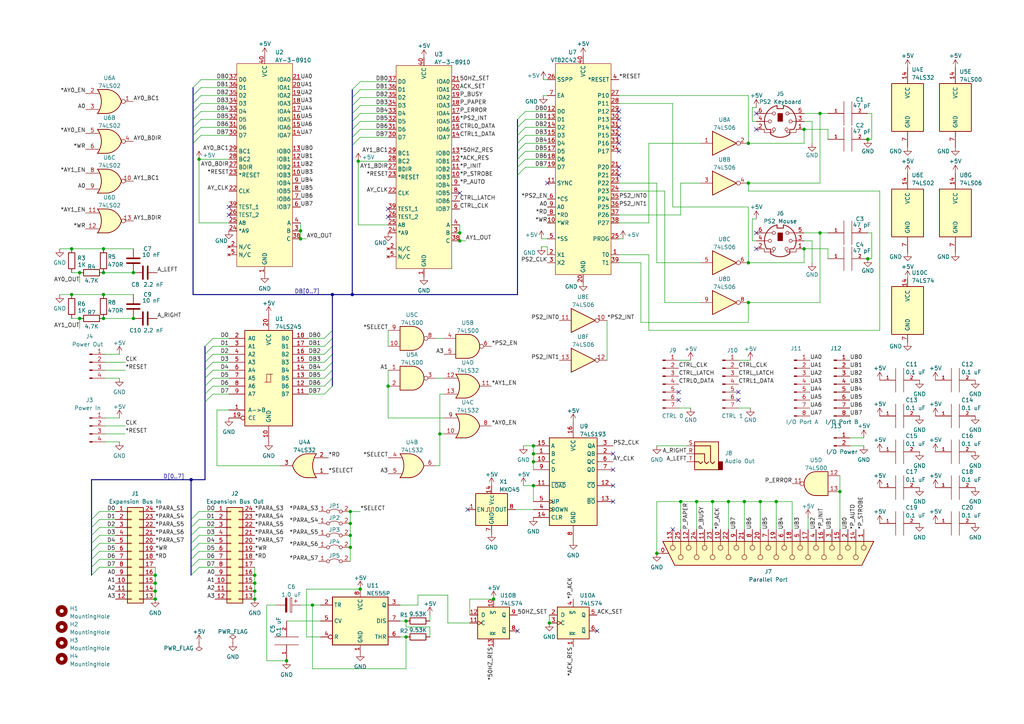
<source format=kicad_sch>
(kicad_sch (version 20211123) (generator eeschema)
  (paper "User" 326.695 230.988)
  (title_block (title "i281e Mega I/O Interface") (date "2024-05-04") (rev "C") (company "i281e Development Group") (comment 1 "Licensed under CERN-OHL-P v2") (comment 2 "Copyright i281e Development Group 2024"))
  (junction (at 22.86 93.98))
  (junction (at 175.26 198.755))
  (junction (at 49.53 183.515))
  (junction (at 170.18 142.24))
  (junction (at 242.57 160.02))
  (junction (at 146.685 76.835))
  (junction (at 146.685 74.295))
  (junction (at 60.96 153.035))
  (junction (at 33.02 86.995))
  (junction (at 106.045 93.98))
  (junction (at 170.18 147.32))
  (junction (at 209.55 176.53))
  (junction (at 33.02 79.375))
  (junction (at 276.86 44.45))
  (junction (at 91.44 210.82))
  (junction (at 238.76 96.52))
  (junction (at 170.18 144.78))
  (junction (at 227.33 160.02))
  (junction (at 256.54 41.275))
  (junction (at 33.02 93.98))
  (junction (at 81.28 191.135))
  (junction (at 276.86 82.55))
  (junction (at 112.395 93.98))
  (junction (at 33.02 101.6))
  (junction (at 256.54 79.375))
  (junction (at 129.54 198.12))
  (junction (at 111.76 170.815))
  (junction (at 114.935 187.96))
  (junction (at 217.17 160.02))
  (junction (at 111.76 163.195))
  (junction (at 49.53 191.135))
  (junction (at 25.4 86.995))
  (junction (at 157.48 191.135))
  (junction (at 114.3 51.435))
  (junction (at 111.76 167.005))
  (junction (at 99.695 193.04))
  (junction (at 238.76 83.82))
  (junction (at 238.76 45.72))
  (junction (at 261.62 36.195))
  (junction (at 111.76 174.625))
  (junction (at 63.5 50.8))
  (junction (at 222.25 160.02))
  (junction (at 95.885 73.66))
  (junction (at 170.18 154.94))
  (junction (at 42.545 86.995))
  (junction (at 81.28 183.515))
  (junction (at 129.54 203.2))
  (junction (at 237.49 160.02))
  (junction (at 267.97 156.845))
  (junction (at 81.28 188.595))
  (junction (at 49.53 188.595))
  (junction (at 49.53 186.055))
  (junction (at 123.825 123.19))
  (junction (at 95.885 76.2))
  (junction (at 140.335 138.43))
  (junction (at 81.28 186.055))
  (junction (at 247.65 160.02))
  (junction (at 42.545 101.6))
  (junction (at 238.76 58.42))
  (junction (at 25.4 101.6))
  (junction (at 22.86 79.375))
  (junction (at 232.41 160.02))
  (junction (at 261.62 74.295))
  (no_connect (at 174.625 58.42))
  (no_connect (at 197.485 43.18))
  (no_connect (at 197.485 40.64))
  (no_connect (at 197.485 45.72))
  (no_connect (at 197.485 53.34))
  (no_connect (at 197.485 48.26))
  (no_connect (at 216.535 125.095))
  (no_connect (at 195.58 154.94))
  (no_connect (at 195.58 149.86))
  (no_connect (at 123.825 69.215))
  (no_connect (at 241.3 41.275))
  (no_connect (at 165.1 201.295))
  (no_connect (at 197.485 35.56))
  (no_connect (at 149.225 162.56))
  (no_connect (at 214.63 168.91))
  (no_connect (at 235.585 125.095))
  (no_connect (at 195.58 144.78))
  (no_connect (at 123.825 66.675))
  (no_connect (at 197.485 55.88))
  (no_connect (at 241.3 74.295))
  (no_connect (at 190.5 201.295))
  (no_connect (at 73.025 68.58))
  (no_connect (at 241.3 79.375))
  (no_connect (at 241.3 36.195))
  (no_connect (at 235.585 127.635))
  (no_connect (at 146.685 61.595))
  (no_connect (at 216.535 127.635))
  (no_connect (at 197.485 38.1))
  (no_connect (at 195.58 160.02))
  (no_connect (at 73.025 66.04))
  (bus_entry (at 112.395 36.195) (size 2.54 -2.54))
  (bus_entry (at 61.595 30.48) (size 2.54 -2.54))
  (bus_entry (at 106.045 120.65) (size -2.54 2.54))
  (bus_entry (at 165.1 53.34) (size 2.54 -2.54))
  (bus_entry (at 106.045 110.49) (size -2.54 2.54))
  (bus_entry (at 65.405 113.03) (size 2.54 -2.54))
  (bus_entry (at 165.1 43.18) (size 2.54 -2.54))
  (bus_entry (at 29.21 175.895) (size 2.54 -2.54))
  (bus_entry (at 112.395 33.655) (size 2.54 -2.54))
  (bus_entry (at 165.1 48.26) (size 2.54 -2.54))
  (bus_entry (at 106.045 123.19) (size -2.54 2.54))
  (bus_entry (at 65.405 115.57) (size 2.54 -2.54))
  (bus_entry (at 65.405 110.49) (size 2.54 -2.54))
  (bus_entry (at 112.395 38.735) (size 2.54 -2.54))
  (bus_entry (at 29.21 173.355) (size 2.54 -2.54))
  (bus_entry (at 165.1 50.8) (size 2.54 -2.54))
  (bus_entry (at 112.395 41.275) (size 2.54 -2.54))
  (bus_entry (at 29.21 178.435) (size 2.54 -2.54))
  (bus_entry (at 65.405 123.19) (size 2.54 -2.54))
  (bus_entry (at 112.395 46.355) (size 2.54 -2.54))
  (bus_entry (at 60.96 180.975) (size 2.54 -2.54))
  (bus_entry (at 61.595 45.72) (size 2.54 -2.54))
  (bus_entry (at 61.595 40.64) (size 2.54 -2.54))
  (bus_entry (at 106.045 118.11) (size -2.54 2.54))
  (bus_entry (at 29.21 170.815) (size 2.54 -2.54))
  (bus_entry (at 106.045 113.03) (size -2.54 2.54))
  (bus_entry (at 165.1 55.88) (size 2.54 -2.54))
  (bus_entry (at 165.1 38.1) (size 2.54 -2.54))
  (bus_entry (at 61.595 43.18) (size 2.54 -2.54))
  (bus_entry (at 65.405 118.11) (size 2.54 -2.54))
  (bus_entry (at 60.96 170.815) (size 2.54 -2.54))
  (bus_entry (at 29.21 180.975) (size 2.54 -2.54))
  (bus_entry (at 61.595 27.94) (size 2.54 -2.54))
  (bus_entry (at 65.405 120.65) (size 2.54 -2.54))
  (bus_entry (at 61.595 33.02) (size 2.54 -2.54))
  (bus_entry (at 60.96 175.895) (size 2.54 -2.54))
  (bus_entry (at 29.21 183.515) (size 2.54 -2.54))
  (bus_entry (at 60.96 173.355) (size 2.54 -2.54))
  (bus_entry (at 106.045 107.95) (size -2.54 2.54))
  (bus_entry (at 112.395 43.815) (size 2.54 -2.54))
  (bus_entry (at 60.96 178.435) (size 2.54 -2.54))
  (bus_entry (at 112.395 28.575) (size 2.54 -2.54))
  (bus_entry (at 65.405 125.73) (size 2.54 -2.54))
  (bus_entry (at 60.96 168.275) (size 2.54 -2.54))
  (bus_entry (at 29.21 165.735) (size 2.54 -2.54))
  (bus_entry (at 61.595 35.56) (size 2.54 -2.54))
  (bus_entry (at 106.045 105.41) (size -2.54 2.54))
  (bus_entry (at 60.96 183.515) (size 2.54 -2.54))
  (bus_entry (at 112.395 31.115) (size 2.54 -2.54))
  (bus_entry (at 61.595 38.1) (size 2.54 -2.54))
  (bus_entry (at 165.1 40.64) (size 2.54 -2.54))
  (bus_entry (at 106.045 115.57) (size -2.54 2.54))
  (bus_entry (at 60.96 165.735) (size 2.54 -2.54))
  (bus_entry (at 65.405 128.27) (size 2.54 -2.54))
  (bus_entry (at 29.21 168.275) (size 2.54 -2.54))
  (bus_entry (at 165.1 45.72) (size 2.54 -2.54))
  (wire (pts (xy 256.54 83.82) (xy 256.54 79.375)))
  (wire (pts (xy 67.945 107.95) (xy 73.025 107.95)))
  (wire (pts (xy 216.535 130.175) (xy 220.345 130.175)))
  (wire (pts (xy 114.935 187.96) (xy 97.79 187.96)))
  (bus (pts (xy 165.1 55.88) (xy 165.1 93.98)))
  (wire (pts (xy 241.3 38.735) (xy 240.03 38.735)))
  (wire (pts (xy 235.585 114.935) (xy 239.395 114.935)))
  (wire (pts (xy 64.135 35.56) (xy 73.025 35.56)))
  (wire (pts (xy 261.62 36.195) (xy 264.16 36.195)))
  (wire (pts (xy 85.09 193.04) (xy 88.265 193.04)))
  (wire (pts (xy 67.945 120.65) (xy 73.025 120.65)))
  (wire (pts (xy 256.54 41.275) (xy 264.16 41.275)))
  (wire (pts (xy 123.825 133.35) (xy 141.605 133.35)))
  (bus (pts (xy 61.595 45.72) (xy 61.595 93.98)))
  (wire (pts (xy 33.02 101.6) (xy 42.545 101.6)))
  (wire (pts (xy 140.335 138.43) (xy 141.605 138.43)))
  (wire (pts (xy 238.76 45.72) (xy 256.54 45.72)))
  (wire (pts (xy 129.54 213.36) (xy 99.695 213.36)))
  (wire (pts (xy 33.02 93.98) (xy 42.545 93.98)))
  (wire (pts (xy 63.5 163.195) (xy 68.58 163.195)))
  (wire (pts (xy 85.09 193.04) (xy 85.09 210.82)))
  (wire (pts (xy 33.655 133.35) (xy 38.1 133.35)))
  (wire (pts (xy 97.79 203.2) (xy 102.235 203.2)))
  (wire (pts (xy 238.76 102.87) (xy 204.47 102.87)))
  (wire (pts (xy 217.17 58.42) (xy 223.52 58.42)))
  (wire (pts (xy 167.64 53.34) (xy 174.625 53.34)))
  (wire (pts (xy 216.535 114.935) (xy 220.345 114.935)))
  (wire (pts (xy 247.65 160.02) (xy 252.73 160.02)))
  (wire (pts (xy 167.64 45.72) (xy 174.625 45.72)))
  (wire (pts (xy 242.57 160.02) (xy 242.57 168.91)))
  (wire (pts (xy 252.73 160.02) (xy 252.73 168.91)))
  (wire (pts (xy 204.47 102.87) (xy 204.47 83.82)))
  (wire (pts (xy 114.935 38.735) (xy 123.825 38.735)))
  (bus (pts (xy 61.595 33.02) (xy 61.595 35.56)))
  (wire (pts (xy 193.675 102.235) (xy 193.675 114.935)))
  (wire (pts (xy 95.885 193.04) (xy 99.695 193.04)))
  (wire (pts (xy 99.695 213.36) (xy 99.695 193.04)))
  (wire (pts (xy 140.335 148.59) (xy 140.335 138.43)))
  (wire (pts (xy 33.655 118.11) (xy 40.005 118.11)))
  (wire (pts (xy 98.425 113.03) (xy 103.505 113.03)))
  (wire (pts (xy 280.67 60.96) (xy 280.67 105.41)))
  (wire (pts (xy 217.17 168.91) (xy 217.17 160.02)))
  (bus (pts (xy 60.96 178.435) (xy 60.96 180.975)))
  (bus (pts (xy 165.1 45.72) (xy 165.1 48.26)))
  (wire (pts (xy 97.79 187.96) (xy 97.79 203.2)))
  (bus (pts (xy 61.595 35.56) (xy 61.595 38.1)))
  (wire (pts (xy 172.72 76.2) (xy 174.625 76.2)))
  (bus (pts (xy 112.395 41.275) (xy 112.395 43.815)))
  (wire (pts (xy 133.35 189.865) (xy 142.875 189.865)))
  (wire (pts (xy 64.135 27.94) (xy 73.025 27.94)))
  (wire (pts (xy 99.695 193.04) (xy 102.235 193.04)))
  (bus (pts (xy 60.96 180.975) (xy 60.96 183.515)))
  (wire (pts (xy 137.16 196.215) (xy 137.16 198.12)))
  (wire (pts (xy 63.5 168.275) (xy 68.58 168.275)))
  (wire (pts (xy 256.54 36.195) (xy 261.62 36.195)))
  (wire (pts (xy 114.935 31.115) (xy 123.825 31.115)))
  (wire (pts (xy 137.16 200.025) (xy 137.16 203.2)))
  (bus (pts (xy 29.21 153.035) (xy 60.96 153.035)))
  (wire (pts (xy 98.425 107.95) (xy 103.505 107.95)))
  (wire (pts (xy 33.655 138.43) (xy 40.005 138.43)))
  (wire (pts (xy 114.935 36.195) (xy 123.825 36.195)))
  (wire (pts (xy 67.945 125.73) (xy 73.025 125.73)))
  (wire (pts (xy 238.76 30.48) (xy 197.485 30.48)))
  (wire (pts (xy 167.64 43.18) (xy 174.625 43.18)))
  (wire (pts (xy 170.18 142.24) (xy 170.18 144.78)))
  (bus (pts (xy 65.405 125.73) (xy 65.405 128.27)))
  (wire (pts (xy 111.76 170.815) (xy 111.76 174.625)))
  (bus (pts (xy 65.405 123.19) (xy 65.405 125.73)))
  (bus (pts (xy 29.21 168.275) (xy 29.21 170.815)))
  (wire (pts (xy 217.17 160.02) (xy 222.25 160.02)))
  (wire (pts (xy 261.62 74.295) (xy 261.62 96.52)))
  (wire (pts (xy 261.62 58.42) (xy 238.76 58.42)))
  (bus (pts (xy 106.045 93.98) (xy 61.595 93.98)))
  (wire (pts (xy 267.97 151.765) (xy 267.97 156.845)))
  (wire (pts (xy 197.485 83.82) (xy 204.47 83.82)))
  (bus (pts (xy 106.045 115.57) (xy 106.045 113.03)))
  (wire (pts (xy 129.54 203.2) (xy 129.54 213.36)))
  (wire (pts (xy 91.44 210.82) (xy 85.09 210.82)))
  (bus (pts (xy 65.405 113.03) (xy 65.405 115.57)))
  (wire (pts (xy 64.135 33.02) (xy 73.025 33.02)))
  (wire (pts (xy 98.425 115.57) (xy 103.505 115.57)))
  (wire (pts (xy 67.945 115.57) (xy 73.025 115.57)))
  (wire (pts (xy 207.01 45.72) (xy 223.52 45.72)))
  (wire (pts (xy 73.025 50.8) (xy 63.5 50.8)))
  (bus (pts (xy 29.21 165.735) (xy 29.21 153.035)))
  (bus (pts (xy 165.1 50.8) (xy 165.1 53.34)))
  (wire (pts (xy 167.64 50.8) (xy 174.625 50.8)))
  (bus (pts (xy 29.21 173.355) (xy 29.21 175.895)))
  (wire (pts (xy 123.825 51.435) (xy 114.3 51.435)))
  (wire (pts (xy 278.13 44.45) (xy 276.86 44.45)))
  (wire (pts (xy 247.65 160.02) (xy 247.65 168.91)))
  (wire (pts (xy 209.55 58.42) (xy 209.55 83.82)))
  (wire (pts (xy 133.35 193.04) (xy 133.35 189.865)))
  (wire (pts (xy 256.54 76.835) (xy 259.08 76.835)))
  (wire (pts (xy 63.5 178.435) (xy 68.58 178.435)))
  (wire (pts (xy 114.935 33.655) (xy 123.825 33.655)))
  (wire (pts (xy 49.53 188.595) (xy 49.53 191.135)))
  (bus (pts (xy 61.595 40.64) (xy 61.595 43.18)))
  (bus (pts (xy 112.395 43.815) (xy 112.395 46.355)))
  (wire (pts (xy 81.28 188.595) (xy 81.28 191.135)))
  (wire (pts (xy 114.935 41.275) (xy 123.825 41.275)))
  (wire (pts (xy 81.28 180.975) (xy 81.28 183.515)))
  (wire (pts (xy 33.655 113.03) (xy 38.1 113.03)))
  (bus (pts (xy 60.96 170.815) (xy 60.96 173.355)))
  (wire (pts (xy 207.01 45.72) (xy 207.01 71.12)))
  (bus (pts (xy 61.595 27.94) (xy 61.595 30.48)))
  (wire (pts (xy 33.655 120.65) (xy 38.1 120.65)))
  (bus (pts (xy 106.045 113.03) (xy 106.045 110.49)))
  (bus (pts (xy 61.595 43.18) (xy 61.595 45.72)))
  (wire (pts (xy 238.76 66.04) (xy 238.76 83.82)))
  (wire (pts (xy 167.005 142.24) (xy 170.18 142.24)))
  (wire (pts (xy 98.425 110.49) (xy 103.505 110.49)))
  (wire (pts (xy 139.065 148.59) (xy 140.335 148.59)))
  (wire (pts (xy 217.17 68.58) (xy 217.17 58.42)))
  (bus (pts (xy 165.1 43.18) (xy 165.1 45.72)))
  (wire (pts (xy 63.5 170.815) (xy 68.58 170.815)))
  (wire (pts (xy 197.485 68.58) (xy 217.17 68.58)))
  (bus (pts (xy 65.405 128.27) (xy 65.405 153.035)))
  (wire (pts (xy 240.03 76.835) (xy 240.03 69.85)))
  (wire (pts (xy 261.62 36.195) (xy 261.62 58.42)))
  (wire (pts (xy 31.75 168.275) (xy 36.83 168.275)))
  (wire (pts (xy 31.75 165.735) (xy 36.83 165.735)))
  (wire (pts (xy 278.13 74.295) (xy 278.13 82.55)))
  (wire (pts (xy 91.44 198.12) (xy 102.235 198.12)))
  (wire (pts (xy 31.75 180.975) (xy 36.83 180.975)))
  (wire (pts (xy 212.09 60.96) (xy 212.09 96.52)))
  (wire (pts (xy 142.875 198.755) (xy 149.86 198.755)))
  (wire (pts (xy 174.625 25.4) (xy 173.355 25.4)))
  (wire (pts (xy 240.03 38.735) (xy 240.03 34.29)))
  (wire (pts (xy 114.3 51.435) (xy 114.3 71.755)))
  (wire (pts (xy 209.55 83.82) (xy 223.52 83.82)))
  (wire (pts (xy 49.53 183.515) (xy 49.53 186.055)))
  (wire (pts (xy 129.54 198.12) (xy 129.54 200.025)))
  (bus (pts (xy 29.21 180.975) (xy 29.21 183.515)))
  (wire (pts (xy 123.825 123.19) (xy 123.825 133.35)))
  (wire (pts (xy 33.02 79.375) (xy 42.545 79.375)))
  (wire (pts (xy 114.935 28.575) (xy 123.825 28.575)))
  (wire (pts (xy 146.685 71.755) (xy 146.685 74.295)))
  (wire (pts (xy 33.655 140.97) (xy 38.1 140.97)))
  (wire (pts (xy 146.685 74.295) (xy 146.685 76.835)))
  (wire (pts (xy 31.75 175.895) (xy 36.83 175.895)))
  (wire (pts (xy 111.76 167.005) (xy 111.76 170.815)))
  (wire (pts (xy 241.3 76.835) (xy 240.03 76.835)))
  (wire (pts (xy 123.825 105.41) (xy 123.825 110.49)))
  (wire (pts (xy 139.065 107.95) (xy 141.605 107.95)))
  (bus (pts (xy 106.045 123.19) (xy 106.045 120.65)))
  (wire (pts (xy 67.945 123.19) (xy 73.025 123.19)))
  (wire (pts (xy 271.145 139.7) (xy 275.59 139.7)))
  (wire (pts (xy 95.885 71.12) (xy 95.885 73.66)))
  (wire (pts (xy 207.01 105.41) (xy 280.67 105.41)))
  (wire (pts (xy 63.5 165.735) (xy 68.58 165.735)))
  (wire (pts (xy 256.54 38.735) (xy 259.08 38.735)))
  (wire (pts (xy 167.64 35.56) (xy 174.625 35.56)))
  (wire (pts (xy 114.935 26.035) (xy 123.825 26.035)))
  (wire (pts (xy 114.935 43.815) (xy 123.825 43.815)))
  (wire (pts (xy 31.75 178.435) (xy 36.83 178.435)))
  (wire (pts (xy 235.585 130.175) (xy 239.395 130.175)))
  (bus (pts (xy 112.395 28.575) (xy 112.395 31.115)))
  (wire (pts (xy 33.02 86.995) (xy 42.545 86.995)))
  (wire (pts (xy 227.33 160.02) (xy 232.41 160.02)))
  (wire (pts (xy 73.025 130.81) (xy 69.215 130.81)))
  (wire (pts (xy 164.465 162.56) (xy 170.18 162.56)))
  (wire (pts (xy 167.64 38.1) (xy 174.625 38.1)))
  (wire (pts (xy 63.5 71.12) (xy 73.025 71.12)))
  (wire (pts (xy 238.76 60.96) (xy 280.67 60.96)))
  (bus (pts (xy 29.21 165.735) (xy 29.21 168.275)))
  (wire (pts (xy 25.4 101.6) (xy 25.4 104.775)))
  (bus (pts (xy 165.1 40.64) (xy 165.1 43.18)))
  (wire (pts (xy 64.135 38.1) (xy 73.025 38.1)))
  (wire (pts (xy 149.86 196.215) (xy 149.86 191.135)))
  (bus (pts (xy 29.21 178.435) (xy 29.21 180.975)))
  (wire (pts (xy 63.5 50.8) (xy 63.5 71.12)))
  (wire (pts (xy 167.64 48.26) (xy 174.625 48.26)))
  (wire (pts (xy 81.28 183.515) (xy 81.28 186.055)))
  (wire (pts (xy 19.05 93.98) (xy 22.86 93.98)))
  (wire (pts (xy 238.76 66.04) (xy 214.63 66.04)))
  (wire (pts (xy 142.875 189.865) (xy 142.875 198.755)))
  (wire (pts (xy 22.86 86.995) (xy 25.4 86.995)))
  (wire (pts (xy 31.75 173.355) (xy 36.83 173.355)))
  (bus (pts (xy 60.96 153.035) (xy 60.96 165.735)))
  (bus (pts (xy 112.395 93.98) (xy 106.045 93.98)))
  (wire (pts (xy 22.86 79.375) (xy 33.02 79.375)))
  (bus (pts (xy 65.405 115.57) (xy 65.405 118.11)))
  (wire (pts (xy 123.825 118.11) (xy 123.825 123.19)))
  (wire (pts (xy 67.945 113.03) (xy 73.025 113.03)))
  (wire (pts (xy 111.76 163.195) (xy 114.935 163.195)))
  (wire (pts (xy 31.75 163.195) (xy 36.83 163.195)))
  (wire (pts (xy 197.485 81.28) (xy 207.01 81.28)))
  (wire (pts (xy 33.655 115.57) (xy 40.005 115.57)))
  (wire (pts (xy 278.13 36.195) (xy 278.13 44.45)))
  (wire (pts (xy 98.425 123.19) (xy 103.505 123.19)))
  (wire (pts (xy 64.135 43.18) (xy 73.025 43.18)))
  (wire (pts (xy 170.18 154.94) (xy 170.18 160.02)))
  (wire (pts (xy 114.3 71.755) (xy 123.825 71.755)))
  (wire (pts (xy 174.625 30.48) (xy 173.355 30.48)))
  (wire (pts (xy 98.425 125.73) (xy 103.505 125.73)))
  (wire (pts (xy 261.62 74.295) (xy 264.16 74.295)))
  (wire (pts (xy 276.86 36.195) (xy 278.13 36.195)))
  (wire (pts (xy 278.13 82.55) (xy 276.86 82.55)))
  (bus (pts (xy 106.045 120.65) (xy 106.045 118.11)))
  (wire (pts (xy 264.16 79.375) (xy 264.16 82.55)))
  (wire (pts (xy 64.135 25.4) (xy 73.025 25.4)))
  (wire (pts (xy 167.005 154.94) (xy 170.18 154.94)))
  (bus (pts (xy 106.045 118.11) (xy 106.045 115.57)))
  (wire (pts (xy 238.76 45.72) (xy 238.76 30.48)))
  (bus (pts (xy 65.405 110.49) (xy 65.405 113.03)))
  (wire (pts (xy 175.26 196.215) (xy 175.26 198.755)))
  (wire (pts (xy 237.49 160.02) (xy 242.57 160.02)))
  (wire (pts (xy 19.05 79.375) (xy 22.86 79.375)))
  (wire (pts (xy 127.635 198.12) (xy 129.54 198.12)))
  (wire (pts (xy 63.5 173.355) (xy 68.58 173.355)))
  (wire (pts (xy 22.86 93.98) (xy 33.02 93.98)))
  (bus (pts (xy 29.21 170.815) (xy 29.21 173.355)))
  (wire (pts (xy 238.76 58.42) (xy 238.76 60.96)))
  (wire (pts (xy 146.685 76.835) (xy 148.59 76.835)))
  (bus (pts (xy 60.96 168.275) (xy 60.96 170.815)))
  (wire (pts (xy 238.76 96.52) (xy 238.76 102.87)))
  (wire (pts (xy 238.76 83.82) (xy 256.54 83.82)))
  (wire (pts (xy 227.33 160.02) (xy 227.33 168.91)))
  (wire (pts (xy 264.16 41.275) (xy 264.16 44.45)))
  (wire (pts (xy 256.54 74.295) (xy 261.62 74.295)))
  (wire (pts (xy 67.945 110.49) (xy 73.025 110.49)))
  (wire (pts (xy 209.55 142.24) (xy 219.075 142.24)))
  (wire (pts (xy 232.41 160.02) (xy 232.41 168.91)))
  (wire (pts (xy 63.5 175.895) (xy 68.58 175.895)))
  (bus (pts (xy 60.96 165.735) (xy 60.96 168.275)))
  (wire (pts (xy 98.425 120.65) (xy 103.505 120.65)))
  (bus (pts (xy 106.045 105.41) (xy 106.045 93.98)))
  (wire (pts (xy 127.635 203.2) (xy 129.54 203.2)))
  (bus (pts (xy 112.395 36.195) (xy 112.395 38.735)))
  (bus (pts (xy 112.395 31.115) (xy 112.395 33.655)))
  (bus (pts (xy 106.045 107.95) (xy 106.045 105.41)))
  (wire (pts (xy 232.41 160.02) (xy 237.49 160.02)))
  (wire (pts (xy 256.54 45.72) (xy 256.54 41.275)))
  (wire (pts (xy 149.86 191.135) (xy 157.48 191.135)))
  (wire (pts (xy 69.215 148.59) (xy 69.215 130.81)))
  (wire (pts (xy 207.01 105.41) (xy 207.01 81.28)))
  (wire (pts (xy 240.03 69.85) (xy 241.3 69.85)))
  (wire (pts (xy 209.55 160.02) (xy 209.55 176.53)))
  (wire (pts (xy 172.72 78.74) (xy 174.625 78.74)))
  (wire (pts (xy 170.18 144.78) (xy 170.18 147.32)))
  (bus (pts (xy 165.1 48.26) (xy 165.1 50.8)))
  (wire (pts (xy 49.53 186.055) (xy 49.53 188.595)))
  (wire (pts (xy 267.97 156.845) (xy 267.97 168.91)))
  (wire (pts (xy 98.425 118.11) (xy 103.505 118.11)))
  (wire (pts (xy 95.885 76.2) (xy 97.79 76.2)))
  (bus (pts (xy 29.21 175.895) (xy 29.21 178.435)))
  (bus (pts (xy 60.96 153.035) (xy 65.405 153.035)))
  (bus (pts (xy 60.96 175.895) (xy 60.96 178.435)))
  (bus (pts (xy 65.405 120.65) (xy 65.405 123.19)))
  (wire (pts (xy 25.4 86.995) (xy 25.4 90.17)))
  (wire (pts (xy 222.25 160.02) (xy 227.33 160.02)))
  (wire (pts (xy 222.25 160.02) (xy 222.25 168.91)))
  (wire (pts (xy 170.18 147.32) (xy 170.18 149.86)))
  (bus (pts (xy 106.045 110.49) (xy 106.045 107.95)))
  (wire (pts (xy 63.5 180.975) (xy 68.58 180.975)))
  (bus (pts (xy 112.395 33.655) (xy 112.395 36.195)))
  (wire (pts (xy 22.86 101.6) (xy 25.4 101.6)))
  (wire (pts (xy 242.57 160.02) (xy 247.65 160.02)))
  (bus (pts (xy 165.1 38.1) (xy 165.1 40.64)))
  (wire (pts (xy 81.28 186.055) (xy 81.28 188.595)))
  (wire (pts (xy 31.75 170.815) (xy 36.83 170.815)))
  (wire (pts (xy 67.945 118.11) (xy 73.025 118.11)))
  (wire (pts (xy 212.09 96.52) (xy 223.52 96.52)))
  (wire (pts (xy 95.885 73.66) (xy 95.885 76.2)))
  (wire (pts (xy 127.635 193.04) (xy 133.35 193.04)))
  (wire (pts (xy 89.535 148.59) (xy 69.215 148.59)))
  (bus (pts (xy 165.1 93.98) (xy 112.395 93.98)))
  (wire (pts (xy 276.86 74.295) (xy 278.13 74.295)))
  (wire (pts (xy 197.485 71.12) (xy 207.01 71.12)))
  (wire (pts (xy 111.76 163.195) (xy 111.76 167.005)))
  (wire (pts (xy 214.63 33.02) (xy 197.485 33.02)))
  (wire (pts (xy 256.54 79.375) (xy 264.16 79.375)))
  (bus (pts (xy 112.395 46.355) (xy 112.395 93.98)))
  (wire (pts (xy 214.63 66.04) (xy 214.63 33.02)))
  (wire (pts (xy 111.76 174.625) (xy 111.76 179.07)))
  (wire (pts (xy 129.54 200.025) (xy 137.16 200.025)))
  (wire (pts (xy 261.62 96.52) (xy 238.76 96.52)))
  (bus (pts (xy 112.395 38.735) (xy 112.395 41.275)))
  (wire (pts (xy 174.625 81.28) (xy 174.625 78.74)))
  (wire (pts (xy 257.81 165.1) (xy 257.81 168.91)))
  (bus (pts (xy 65.405 118.11) (xy 65.405 120.65)))
  (wire (pts (xy 140.335 125.73) (xy 141.605 125.73)))
  (wire (pts (xy 259.08 76.835) (xy 259.08 83.82)))
  (bus (pts (xy 165.1 53.34) (xy 165.1 55.88)))
  (wire (pts (xy 167.64 40.64) (xy 174.625 40.64)))
  (wire (pts (xy 259.08 38.735) (xy 259.08 45.72)))
  (wire (pts (xy 237.49 160.02) (xy 237.49 168.91)))
  (wire (pts (xy 198.755 76.2) (xy 197.485 76.2)))
  (bus (pts (xy 61.595 38.1) (xy 61.595 40.64)))
  (wire (pts (xy 33.655 135.89) (xy 40.005 135.89)))
  (wire (pts (xy 140.335 138.43) (xy 140.335 125.73)))
  (wire (pts (xy 64.135 30.48) (xy 73.025 30.48)))
  (wire (pts (xy 49.53 180.975) (xy 49.53 183.515)))
  (wire (pts (xy 240.03 34.29) (xy 241.3 34.29)))
  (bus (pts (xy 61.595 30.48) (xy 61.595 33.02)))
  (wire (pts (xy 64.135 40.64) (xy 73.025 40.64)))
  (wire (pts (xy 217.17 160.02) (xy 209.55 160.02)))
  (wire (pts (xy 271.145 142.24) (xy 275.59 142.24)))
  (bus (pts (xy 60.96 173.355) (xy 60.96 175.895)))
  (wire (pts (xy 139.065 120.65) (xy 141.605 120.65)))
  (wire (pts (xy 197.485 60.96) (xy 212.09 60.96)))
  (wire (pts (xy 197.485 58.42) (xy 209.55 58.42)))
  (label "CTRL_LATCH" (at 146.685 64.135 0))
  (label "D1" (at 73.025 110.49 180))
  (label "DB4" (at 123.825 36.195 180))
  (label "*P_AUTO" (at 146.685 59.055 0))
  (label "*50HZ_RES" (at 146.685 48.895 0))
  (label "UB6" (at 95.885 63.5 0))
  (label "P_PAPER" (at 219.71 168.91 90))
  (label "*AY1_EN" (at 27.305 55.245 180))
  (label "D4" (at 36.83 173.355 180))
  (label "*ACK_RES" (at 146.685 51.435 0))
  (label "*PS2_EN" (at 174.625 63.5 180))
  (label "D5" (at 68.58 175.895 180))
  (label "CTRL1_DATA" (at 235.585 122.555 0))
  (label "CTRL_CLK" (at 216.535 117.475 0))
  (label "AY0_OUT" (at 97.79 76.2 0))
  (label "D2" (at 68.58 168.275 180))
  (label "DB6" (at 73.025 40.64 180))
  (label "D4" (at 68.58 173.355 180))
  (label "UA5" (at 258.445 127.635 0))
  (label "UA2" (at 95.885 30.48 0))
  (label "UB1" (at 265.43 168.91 90))
  (label "UB5" (at 95.885 60.96 0))
  (label "AY1_OUT" (at 148.59 76.835 0))
  (label "AY0_BDIR" (at 42.545 45.085 0))
  (label "*RD" (at 81.28 178.435 0))
  (label "*PARA_S7" (at 81.28 173.355 0))
  (label "DB5" (at 123.825 38.735 180))
  (label "UA1" (at 258.445 117.475 0))
  (label "*AY1_EN" (at 27.305 67.945 180))
  (label "AY_CLK" (at 73.025 60.96 180))
  (label "AY1_BC1" (at 42.545 57.785 0))
  (label "*PARA_S6" (at 49.53 170.815 0))
  (label "*RD" (at 49.53 178.435 0))
  (label "A0" (at 174.625 66.04 180))
  (label "A2" (at 36.83 188.595 180))
  (label "*P_INIT" (at 146.685 53.975 0))
  (label "UB3" (at 255.27 168.91 90))
  (label "D0" (at 36.83 163.195 180))
  (label "UB4" (at 250.19 168.91 90))
  (label "*RESET" (at 40.005 118.11 0))
  (label "*AY1_EN" (at 156.845 123.19 0))
  (label "DB4" (at 73.025 35.56 180))
  (label "D1" (at 36.83 165.735 180))
  (label "DB0" (at 73.025 25.4 180))
  (label "UB2" (at 271.145 120.015 0))
  (label "DB5" (at 73.025 38.1 180))
  (label "PS2_INT1" (at 197.485 66.04 0))
  (label "P_ERROR" (at 252.73 154.305 180))
  (label "DB3" (at 98.425 115.57 0))
  (label "CTRL1_DATA" (at 146.685 43.815 0))
  (label "UA3" (at 258.445 122.555 0))
  (label "ACK_SET" (at 146.685 28.575 0))
  (label "*RESET" (at 40.005 138.43 0))
  (label "*PARA_S3" (at 101.6 163.195 180))
  (label "AY_CLK" (at 123.825 61.595 180))
  (label "A1" (at 123.825 118.11 180))
  (label "DB4" (at 98.425 118.11 0))
  (label "DB2" (at 123.825 31.115 180))
  (label "D[0..7]" (at 52.07 153.035 0))
  (label "UB6" (at 271.145 130.175 0))
  (label "AY_CLK" (at 195.58 147.32 0))
  (label "PS2_INT0" (at 197.485 63.5 0))
  (label "A1" (at 36.83 186.055 180))
  (label "D5" (at 73.025 120.65 180))
  (label "P_PAPER" (at 146.685 33.655 0))
  (label "UA2" (at 258.445 120.015 0))
  (label "DB5" (at 174.625 48.26 180))
  (label "*PS2_INT" (at 193.675 102.235 0))
  (label "UA0" (at 258.445 114.935 0))
  (label "ACK_SET" (at 190.5 196.215 0))
  (label "*PARA_S4" (at 49.53 165.735 0))
  (label "UB1" (at 95.885 50.8 0))
  (label "PS2_INT1" (at 178.435 114.935 180))
  (label "DB1" (at 98.425 110.49 0))
  (label "UA5" (at 95.885 38.1 0))
  (label "D7" (at 68.58 180.975 180))
  (label "PS2_CLK" (at 174.625 83.82 180))
  (label "AY0_BC1" (at 42.545 32.385 0))
  (label "UB7" (at 271.145 132.715 0))
  (label "AY1_OUT" (at 25.4 104.775 180))
  (label "CTRL_LATCH" (at 216.535 120.015 0))
  (label "UB0" (at 95.885 48.26 0))
  (label "UB5" (at 245.11 168.91 90))
  (label "D4" (at 73.025 118.11 180))
  (label "D2" (at 36.83 168.275 180))
  (label "UA7" (at 258.445 132.715 0))
  (label "*AY0_EN" (at 27.305 29.845 180))
  (label "*PS2_INT" (at 146.685 38.735 0))
  (label "UA1" (at 95.885 27.94 0))
  (label "CLK" (at 40.005 115.57 0))
  (label "A0" (at 68.58 183.515 180))
  (label "DB3" (at 73.025 33.02 180))
  (label "DB1" (at 73.025 27.94 180))
  (label "*PS2_EN" (at 156.845 110.49 0))
  (label "D3" (at 68.58 170.815 180))
  (label "A1" (at 68.58 186.055 180))
  (label "D2" (at 73.025 113.03 180))
  (label "UA4" (at 95.885 35.56 0))
  (label "*PARA_S3" (at 81.28 163.195 0))
  (label "*PARA_S5" (at 49.53 168.275 0))
  (label "DB3" (at 123.825 33.655 180))
  (label "AY0_BDIR" (at 73.025 53.34 180))
  (label "DB5" (at 98.425 120.65 0))
  (label "CTRL0_DATA" (at 216.535 122.555 0))
  (label "UB5" (at 271.145 127.635 0))
  (label "A0" (at 27.305 60.325 180))
  (label "DB1" (at 123.825 28.575 180))
  (label "A2" (at 68.58 188.595 180))
  (label "UA6" (at 258.445 130.175 0))
  (label "CLK" (at 40.005 135.89 0))
  (label "*PARA_S4" (at 81.28 165.735 0))
  (label "UB2" (at 260.35 168.91 90))
  (label "*WR" (at 81.28 175.895 0))
  (label "CTRL_LATCH" (at 235.585 120.015 0))
  (label "*AY0_EN" (at 27.305 42.545 180))
  (label "D7" (at 73.025 125.73 180))
  (label "AY0_OUT" (at 25.4 90.17 180))
  (label "50HZ_SET" (at 146.685 26.035 0))
  (label "*WR" (at 174.625 71.12 180))
  (label "A_RIGHT" (at 50.165 101.6 0))
  (label "*P_STROBE" (at 146.685 56.515 0))
  (label "*PARA_S4" (at 101.6 167.005 180))
  (label "UB1" (at 271.145 117.475 0))
  (label "*PARA_S7" (at 101.6 179.07 180))
  (label "UB4" (at 271.145 125.095 0))
  (label "DB0" (at 174.625 35.56 180))
  (label "*RD" (at 104.775 146.05 0))
  (label "DB0" (at 123.825 26.035 180))
  (label "D3" (at 36.83 170.815 180))
  (label "*50HZ_RES" (at 157.48 206.375 270))
  (label "D5" (at 36.83 175.895 180))
  (label "*PARA_S7" (at 49.53 173.355 0))
  (label "UB4" (at 95.885 58.42 0))
  (label "*P_ACK" (at 229.87 168.91 90))
  (label "UB0" (at 270.51 168.91 90))
  (label "*WR" (at 27.305 73.025 180))
  (label "DB2" (at 174.625 40.64 180))
  (label "UA4" (at 258.445 125.095 0))
  (label "UB0" (at 271.145 114.935 0))
  (label "UA7" (at 95.885 43.18 0))
  (label "*P_ACK" (at 182.88 191.135 90))
  (label "*PARA_S6" (at 81.28 170.815 0))
  (label "UA0" (at 95.885 25.4 0))
  (label "*P_STROBE" (at 275.59 168.91 90))
  (label "DB1" (at 174.625 38.1 180))
  (label "UA6" (at 95.885 40.64 0))
  (label "*RD" (at 174.625 68.58 180))
  (label "CTRL0_DATA" (at 146.685 41.275 0))
  (label "*SELECT" (at 104.775 151.13 0))
  (label "DB4" (at 174.625 45.72 180))
  (label "D0" (at 73.025 107.95 180))
  (label "*PARA_S6" (at 101.6 174.625 180))
  (label "D7" (at 36.83 180.975 180))
  (label "A3" (at 68.58 191.135 180))
  (label "*RESET" (at 73.025 55.88 180))
  (label "*RESET" (at 123.825 56.515 180))
  (label "*SELECT" (at 123.825 105.41 180))
  (label "A3" (at 141.605 113.03 180))
  (label "P_ERROR" (at 146.685 36.195 0))
  (label "D6" (at 73.025 123.19 180))
  (label "UB3" (at 271.145 122.555 0))
  (label "DB7" (at 98.425 125.73 0))
  (label "*P_INIT" (at 262.89 168.91 90))
  (label "DB2" (at 73.025 30.48 180))
  (label "DB7" (at 123.825 43.815 180))
  (label "UB3" (at 95.885 55.88 0))
  (label "A0" (at 27.305 34.925 180))
  (label "*PARA_S5" (at 81.28 168.275 0))
  (label "DB6" (at 123.825 41.275 180))
  (label "UB2" (at 95.885 53.34 0))
  (label "A_LEFT" (at 50.165 86.995 0))
  (label "*WR" (at 27.305 47.625 180))
  (label "DB6" (at 174.625 50.8 180))
  (label "DB2" (at 98.425 113.03 0))
  (label "D6" (at 68.58 178.435 180))
  (label "DB7" (at 73.025 43.18 180))
  (label "UB7" (at 234.95 168.91 90))
  (label "*P_AUTO" (at 273.05 168.91 90))
  (label "DB7" (at 174.625 53.34 180))
  (label "P_BUSY" (at 146.685 31.115 0))
  (label "PS2_INT0" (at 178.435 102.235 180))
  (label "UA3" (at 95.885 33.02 0))
  (label "CTRL_CLK" (at 235.585 117.475 0))
  (label "A0" (at 36.83 183.515 180))
  (label "P_BUSY" (at 224.79 168.91 90))
  (label "*SELECT" (at 123.825 146.05 180))
  (label "UB7" (at 95.885 66.04 0))
  (label "AY1_BC1" (at 123.825 48.895 180))
  (label "*PARA_S5" (at 101.6 170.815 180))
  (label "A3" (at 123.825 151.13 180))
  (label "D6" (at 36.83 178.435 180))
  (label "A_LEFT" (at 219.075 147.32 180))
  (label "AY0_BC1" (at 73.025 48.26 180))
  (label "*RESET" (at 197.485 25.4 0))
  (label "DB[0..7]" (at 93.98 93.98 0))
  (label "AY1_BDIR" (at 123.825 53.975 180))
  (label "AY1_BDIR" (at 42.545 70.485 0))
  (label "*SELECT" (at 114.935 163.195 0))
  (label "DB6" (at 98.425 123.19 0))
  (label "DB3" (at 174.625 43.18 180))
  (label "*ACK_RES" (at 182.88 206.375 270))
  (label "*AY0_EN" (at 156.845 135.89 0))
  (label "*PARA_S3" (at 49.53 163.195 0))
  (label "A_RIGHT" (at 219.075 144.78 180))
  (label "*WR" (at 49.53 175.895 0))
  (label "D0" (at 68.58 163.195 180))
  (label "50HZ_SET" (at 165.1 196.215 0))
  (label "DB0" (at 98.425 107.95 0))
  (label "D1" (at 68.58 165.735 180))
  (label "A3" (at 36.83 191.135 180))
  (label "PS2_CLK" (at 195.58 142.24 0))
  (label "UB6" (at 240.03 168.91 90))
  (label "D3" (at 73.025 115.57 180))
  (label "CTRL_CLK" (at 146.685 66.675 0))
  (symbol (lib_id "power:GND") (at 167.005 142.24 0) (unit 1)
    (property "Reference" "#PWR0118" (effects hide))
    (property "Value" "GND" (at 167.005 146.6834 0))
  )
  (symbol (lib_id "power:GND") (at 73.025 73.66 0) (unit 1)
    (property "Reference" "#PWR0124" (effects hide))
    (property "Value" "GND" (at 68.58 76.835 0) (effects (justify left)))
  )
  (symbol (lib_id "power:GND") (at 38.1 140.97 0) (unit 1)
    (property "Reference" "#PWR0104" (effects hide))
    (property "Value" "GND" (at 38.1 145.4134 0))
  )
  (symbol (lib_id "power:+5V") (at 135.255 18.415 0) (unit 1)
    (property "Reference" "#PWR0132" (effects hide))
    (property "Value" "+5V" (at 135.255 14.605 0))
  )
  (symbol (lib_id "74xx:74LS06") (at 231.14 83.82 0) (unit 3)
    (property "Reference" "U8" (at 231.14 76.3102 0))
    (property "Value" "74LS06" (at 231.14 78.8471 0))
    (property "Footprint" "Package_DIP:DIP-14_W7.62mm" (effects hide))
    (property "Datasheet" "http://www.ti.com/lit/gpn/sn74LS06" (effects hide))
  )
  (symbol (lib_id "Oscillator:CXO_DIP14") (at 156.845 162.56 0) (unit 1)
    (property "Reference" "X1" (at 160.655 153.67 0))
    (property "Value" "MXO45" (at 162.56 156.21 0))
    (property "Footprint" "Oscillator:Oscillator_DIP-14" (effects hide))
    (property "Datasheet" "http://cdn-reichelt.de/documents/datenblatt/B400/OSZI.pdf" (effects hide))
  )
  (symbol (lib_id "Device:C") (at 42.545 97.79 0) (unit 1)
    (property "Reference" "C9" (at 45.72 93.98 0) (effects (justify left)))
    (property "Value" "2.2 nF" (at 45.72 105.41 0) (effects (justify left)))
    (property "Footprint" "Capacitor_THT:C_Disc_D5.0mm_W2.5mm_P5.00mm" (effects hide))
  )
  (symbol (lib_id "Device:C_Polarized") (at 92.075 193.04 270) (unit 1)
    (property "Reference" "C6" (at 92.964 187.1812 90))
    (property "Value" "1.0 uF" (at 92.964 189.7181 90))
    (property "Footprint" "Capacitor_THT:CP_Radial_D5.0mm_P2.00mm" (effects hide))
  )
  (symbol (lib_id "power:GND") (at 304.8 46.99 0) (mirror y) (unit 1)
    (property "Reference" "#PWR0151" (effects hide))
    (property "Value" "GND" (at 300.99 48.26 0))
  )
  (symbol (lib_id "74xx:74LS193") (at 182.88 152.4 0) (unit 1)
    (property "Reference" "U9" (at 184.8994 136.0002 0) (effects (justify left)))
    (property "Value" "74LS193" (at 184.8994 138.5371 0) (effects (justify left)))
    (property "Footprint" "Package_DIP:DIP-16_W7.62mm" (effects hide))
    (property "Datasheet" "http://www.ti.com/lit/ds/symlink/sn74ls193.pdf" (effects hide))
  )
  (symbol (lib_id "power:GND") (at 170.18 165.1 0) (unit 1)
    (property "Reference" "#PWR0116" (effects hide))
    (property "Value" "GND" (at 170.18 169.5434 0))
  )
  (symbol (lib_id "power:+5V") (at 220.345 114.935 0) (unit 1)
    (property "Reference" "#PWR0180" (effects hide))
    (property "Value" "+5V" (at 220.345 111.3592 0))
  )
  (symbol (lib_id "Connector:Conn_01x08_Male") (at 266.065 122.555 0) (unit 1)
    (property "Reference" "J12" (at 266.7 111.159 0))
    (property "Value" "I/O Port B" (at 268.605 134.62 0))
    (property "Footprint" "Connector_PinHeader_2.54mm:PinHeader_1x08_P2.54mm_Vertical" (effects hide))
  )
  (symbol (lib_id "power:+5V") (at 298.45 144.145 0) (mirror y) (unit 1)
    (property "Reference" "#PWR0165" (effects hide))
    (property "Value" "+5V" (at 298.45 140.335 0))
  )
  (symbol (lib_id "Device:R") (at 29.21 86.995 90) (unit 1)
    (property "Reference" "R4" (at 29.21 85.09 90))
    (property "Value" "4.7K" (at 29.21 89.535 90))
    (property "Footprint" "Resistor_THT:R_Axial_DIN0207_L6.3mm_D2.5mm_P7.62mm_Horizontal" (effects hide))
  )
  (symbol (lib_id "power:+5V") (at 156.845 154.94 0) (unit 1)
    (property "Reference" "#PWR0121" (effects hide))
    (property "Value" "+5V" (at 156.845 151.3642 0))
  )
  (symbol (lib_id "power:+5V") (at 63.5 50.8 0) (unit 1)
    (property "Reference" "#PWR0122" (effects hide))
    (property "Value" "+5V" (at 66.675 49.53 0))
  )
  (symbol (lib_id "power:+5V") (at 182.88 134.62 0) (unit 1)
    (property "Reference" "#PWR0119" (effects hide))
    (property "Value" "+5V" (at 182.88 131.0442 0))
  )
  (symbol (lib_id "power:+5V") (at 157.48 191.135 0) (unit 1)
    (property "Reference" "#PWR0114" (effects hide))
    (property "Value" "+5V" (at 157.48 187.5592 0))
  )
  (symbol (lib_id "74xx:74LS06") (at 231.14 58.42 0) (unit 2)
    (property "Reference" "U8" (at 231.14 50.9102 0))
    (property "Value" "74LS06" (at 231.14 53.4471 0))
    (property "Footprint" "Package_DIP:DIP-14_W7.62mm" (effects hide))
    (property "Datasheet" "http://www.ti.com/lit/gpn/sn74LS06" (effects hide))
  )
  (symbol (lib_id "power:GND") (at 91.44 210.82 0) (unit 1)
    (property "Reference" "#PWR0102" (effects hide))
    (property "Value" "GND" (at 91.44 215.2634 0))
  )
  (symbol (lib_id "power:+5V") (at 275.59 139.7 0) (mirror y) (unit 1)
    (property "Reference" "#PWR0184" (effects hide))
    (property "Value" "+5V" (at 275.59 135.89 0))
  )
  (symbol (lib_id "power:+5V") (at 280.67 121.285 0) (mirror y) (unit 1)
    (property "Reference" "#PWR0163" (effects hide))
    (property "Value" "+5V" (at 280.67 117.475 0))
  )
  (symbol (lib_id "power:+5V") (at 84.455 17.78 0) (unit 1)
    (property "Reference" "#PWR0130" (effects hide))
    (property "Value" "+5V" (at 84.455 13.97 0))
  )
  (symbol (lib_id "Connector_Generic:Conn_02x12_Counter_Clockwise") (at 41.91 175.895 0) (unit 1)
    (property "Reference" "J1" (at 43.18 157.4831 0))
    (property "Value" "Expansion Bus In" (at 43.18 160.02 0))
    (property "Footprint" "Connector_IDC:IDC-Header_2x12_P2.54mm_Vertical" (effects hide))
  )
  (symbol (lib_id "power:+5V") (at 280.67 167.005 0) (mirror y) (unit 1)
    (property "Reference" "#PWR0155" (effects hide))
    (property "Value" "+5V" (at 280.67 163.195 0))
  )
  (symbol (lib_id "power:GND") (at 311.15 132.715 0) (unit 1)
    (property "Reference" "#PWR0169" (effects hide))
    (property "Value" "GND" (at 311.15 137.1584 0))
  )
  (symbol (lib_id "power:+5V") (at 241.3 69.85 0) (mirror y) (unit 1)
    (property "Reference" "#PWR0139" (effects hide))
    (property "Value" "+5V" (at 241.3 66.04 0))
  )
  (symbol (lib_id "power:GND") (at 173.355 30.48 0) (mirror y) (unit 1)
    (property "Reference" "#PWR0127" (effects hide))
    (property "Value" "GND" (at 169.545 32.385 0))
  )
  (symbol (lib_id "74xx:74LS00") (at 149.225 110.49 0) (unit 2)
    (property "Reference" "U5" (at 149.225 102.9802 0))
    (property "Value" "74LS00" (at 149.225 105.5171 0))
    (property "Footprint" "Package_DIP:DIP-14_W7.62mm" (effects hide))
    (property "Datasheet" "http://www.ti.com/lit/gpn/sn74ls00" (effects hide))
  )
  (symbol (lib_id "power:GND") (at 304.8 80.645 0) (mirror y) (unit 1)
    (property "Reference" "#PWR0161" (effects hide))
    (property "Value" "GND" (at 300.99 81.915 0))
  )
  (symbol (lib_id "power:GND") (at 293.37 155.575 0) (unit 1)
    (property "Reference" "#PWR0175" (effects hide))
    (property "Value" "GND" (at 293.37 160.0184 0))
  )
  (symbol (lib_id "power:GND") (at 276.86 44.45 0) (mirror y) (unit 1)
    (property "Reference" "#PWR0136" (effects hide))
    (property "Value" "GND" (at 276.86 48.26 0))
  )
  (symbol (lib_id "Device:R") (at 33.02 97.79 0) (unit 1)
    (property "Reference" "R8" (at 34.29 96.52 0) (effects (justify left)))
    (property "Value" "470R" (at 34.29 99.06 0) (effects (justify left)))
    (property "Footprint" "Resistor_THT:R_Axial_DIN0207_L6.3mm_D2.5mm_P7.62mm_Horizontal" (effects hide))
  )
  (symbol (lib_id "power:GND") (at 275.59 142.24 0) (unit 1)
    (property "Reference" "#PWR0185" (effects hide))
    (property "Value" "GND" (at 275.59 146.6834 0))
  )
  (symbol (lib_id "power:GND") (at 311.15 167.005 0) (unit 1)
    (property "Reference" "#PWR0157" (effects hide))
    (property "Value" "GND" (at 311.15 171.4484 0))
  )
  (symbol (lib_id "74xx:74LS00") (at 131.445 107.95 0) (unit 3)
    (property "Reference" "U5" (at 131.445 100.4402 0))
    (property "Value" "74LS00" (at 131.445 102.9771 0))
    (property "Footprint" "Package_DIP:DIP-14_W7.62mm" (effects hide))
    (property "Datasheet" "http://www.ti.com/lit/gpn/sn74ls00" (effects hide))
  )
  (symbol (lib_id "power:+5V") (at 280.67 144.145 0) (mirror y) (unit 1)
    (property "Reference" "#PWR0178" (effects hide))
    (property "Value" "+5V" (at 280.67 140.335 0))
  )
  (symbol (lib_id "pspice:CAP") (at 287.02 167.005 90) (unit 1)
    (property "Reference" "C19" (at 290.83 161.925 90))
    (property "Value" "0.1 uF" (at 292.1 164.465 90))
    (property "Footprint" "Capacitor_THT:C_Disc_D5.0mm_W2.5mm_P5.00mm" (effects hide))
  )
  (symbol (lib_id "Device:C") (at 46.355 86.995 90) (unit 1)
    (property "Reference" "C8" (at 43.18 90.805 90))
    (property "Value" "10 nF" (at 48.26 81.28 90))
    (property "Footprint" "Capacitor_THT:C_Disc_D5.0mm_W2.5mm_P5.00mm" (effects hide))
  )
  (symbol (lib_id "74xx:74LS06") (at 186.055 114.935 0) (unit 6)
    (property "Reference" "U8" (at 186.055 107.4252 0))
    (property "Value" "74LS06" (at 186.055 109.9621 0))
    (property "Footprint" "Package_DIP:DIP-14_W7.62mm" (effects hide))
    (property "Datasheet" "http://www.ti.com/lit/gpn/sn74LS06" (effects hide))
  )
  (symbol (lib_id "74xx:74LS02") (at 34.925 32.385 0) (unit 1)
    (property "Reference" "U6" (at 34.925 24.8752 0))
    (property "Value" "74LS02" (at 34.925 27.4121 0))
    (property "Footprint" "Package_DIP:DIP-14_W7.62mm" (effects hide))
    (property "Datasheet" "http://www.ti.com/lit/gpn/sn74ls02" (effects hide))
  )
  (symbol (lib_id "74xx:74LS06") (at 231.14 96.52 0) (unit 4)
    (property "Reference" "U8" (at 231.14 89.0102 0))
    (property "Value" "74LS06" (at 231.14 91.5471 0))
    (property "Footprint" "Package_DIP:DIP-14_W7.62mm" (effects hide))
    (property "Datasheet" "http://www.ti.com/lit/gpn/sn74LS06" (effects hide))
  )
  (symbol (lib_id "pspice:CAP") (at 270.51 36.195 90) (unit 1)
    (property "Reference" "C1" (at 274.32 31.75 90))
    (property "Value" "47 pF" (at 274.955 33.655 90))
    (property "Footprint" "Capacitor_THT:C_Disc_D5.0mm_W2.5mm_P5.00mm" (effects hide))
  )
  (symbol (lib_id "74xx:74LS74") (at 182.88 198.755 0) (unit 1)
    (property "Reference" "U10" (at 184.8994 189.9752 0) (effects (justify left)))
    (property "Value" "74LS74" (at 184.8994 192.5121 0) (effects (justify left)))
    (property "Footprint" "Package_DIP:DIP-14_W7.62mm" (effects hide))
    (property "Datasheet" "74xx/74hc_hct74.pdf" (effects hide))
  )
  (symbol (lib_id "74xx:74LS00") (at 260.35 154.305 0) (mirror y) (unit 4)
    (property "Reference" "U5" (at 260.35 146.7952 0))
    (property "Value" "74LS00" (at 260.35 149.3321 0))
    (property "Footprint" "Package_DIP:DIP-14_W7.62mm" (effects hide))
    (property "Datasheet" "http://www.ti.com/lit/gpn/sn74ls00" (effects hide))
  )
  (symbol (lib_id "power:GND") (at 135.255 88.265 0) (unit 1)
    (property "Reference" "#PWR0129" (effects hide))
    (property "Value" "GND" (at 135.255 92.7084 0))
  )
  (symbol (lib_id "power:+5V") (at 241.3 34.29 0) (mirror y) (unit 1)
    (property "Reference" "#PWR0138" (effects hide))
    (property "Value" "+5V" (at 241.3 30.48 0))
  )
  (symbol (lib_id "pspice:CAP") (at 91.44 204.47 180) (unit 1)
    (property "Reference" "C5" (at 86.995 200.66 90))
    (property "Value" "0.1 uF" (at 88.9 200.025 90))
    (property "Footprint" "Capacitor_THT:C_Disc_D5.0mm_W2.5mm_P5.00mm" (effects hide))
  )
  (symbol (lib_id "74xx:74LS00") (at 131.445 120.65 0) (unit 1)
    (property "Reference" "U5" (at 131.445 113.1402 0))
    (property "Value" "74LS00" (at 131.445 115.6771 0))
    (property "Footprint" "Package_DIP:DIP-14_W7.62mm" (effects hide))
    (property "Datasheet" "http://www.ti.com/lit/gpn/sn74ls00" (effects hide))
  )
  (symbol (lib_id "power:+5V") (at 298.45 121.285 0) (mirror y) (unit 1)
    (property "Reference" "#PWR0170" (effects hide))
    (property "Value" "+5V" (at 298.45 117.475 0))
  )
  (symbol (lib_id "Connector:Conn_01x02_Male") (at 266.065 139.7 0) (unit 1)
    (property "Reference" "J13" (at 266.7 135.924 0))
    (property "Value" "I/O Power" (at 268.605 144.145 0))
    (property "Footprint" "Connector_PinHeader_2.54mm:PinHeader_1x02_P2.54mm_Vertical" (effects hide))
  )
  (symbol (lib_id "Connector:Conn_01x04_Male") (at 28.575 135.89 0) (unit 1)
    (property "Reference" "J3" (at 28.575 127.635 0))
    (property "Value" "Power In" (at 27.94 130.175 0))
    (property "Footprint" "Connector_PinHeader_2.54mm:PinHeader_1x04_P2.54mm_Horizontal" (effects hide))
  )
  (symbol (lib_id "74xx:74LS32") (at 289.56 34.29 0) (unit 5)
    (property "Reference" "U4" (at 290.83 22.225 0) (effects (justify left)))
    (property "Value" "74LS32" (at 290.83 24.765 0) (effects (justify left)))
    (property "Footprint" "Package_DIP:DIP-14_W7.62mm" (effects hide))
    (property "Datasheet" "http://www.ti.com/lit/gpn/sn74LS32" (effects hide))
  )
  (symbol (lib_id "power:+5V") (at 38.1 113.03 0) (unit 1)
    (property "Reference" "#PWR0103" (effects hide))
    (property "Value" "+5V" (at 38.1 109.4542 0))
  )
  (symbol (lib_id "Connector:DB25_Female_MountingHoles") (at 245.11 176.53 270) (unit 1)
    (property "Reference" "J7" (at 245.11 182.3704 90))
    (property "Value" "Parallel Port" (at 245.11 184.9073 90))
    (property "Footprint" "Connector_Dsub:DSUB-25_Female_Horizontal_P2.77x2.84mm_EdgePinOffset7.70mm_Housed_MountingHolesOffset9.12mm" (effects hide))
    (property "Datasheet" " ~" (effects hide))
  )
  (symbol (lib_id "Mechanical:MountingHole") (at 19.685 210.185 0) (unit 1)
    (property "Reference" "H4" (at 22.225 209.3503 0) (effects (justify left)))
    (property "Value" "MountingHole" (at 22.225 211.8872 0) (effects (justify left)))
    (property "Footprint" "MountingHole:MountingHole_3.2mm_M3_DIN965_Pad" (effects hide))
  )
  (symbol (lib_id "power:GND") (at 259.08 83.82 0) (mirror y) (unit 1)
    (property "Reference" "#PWR0141" (effects hide))
    (property "Value" "GND" (at 259.08 87.63 0))
  )
  (symbol (lib_id "power:PWR_FLAG") (at 74.295 205.105 0) (unit 1)
    (property "Reference" "#FLG0101" (effects hide))
    (property "Value" "PWR_FLAG" (at 74.295 201.5292 0))
  )
  (symbol (lib_id "power:GND") (at 293.37 132.715 0) (unit 1)
    (property "Reference" "#PWR0174" (effects hide))
    (property "Value" "GND" (at 293.37 137.1584 0))
  )
  (symbol (lib_id "power:GND") (at 182.88 172.72 0) (unit 1)
    (property "Reference" "#PWR0115" (effects hide))
    (property "Value" "GND" (at 182.88 177.1634 0))
  )
  (symbol (lib_id "Device:C") (at 46.355 101.6 90) (unit 1)
    (property "Reference" "C10" (at 43.18 105.41 90))
    (property "Value" "10 nF" (at 48.26 95.885 90))
    (property "Footprint" "Capacitor_THT:C_Disc_D5.0mm_W2.5mm_P5.00mm" (effects hide))
  )
  (symbol (lib_id "power:+5V") (at 239.395 114.935 0) (unit 1)
    (property "Reference" "#PWR0181" (effects hide))
    (property "Value" "+5V" (at 239.395 111.3592 0))
  )
  (symbol (lib_id "Connector_Generic:Conn_02x12_Counter_Clockwise") (at 73.66 175.895 0) (unit 1)
    (property "Reference" "J2" (at 74.93 157.4831 0))
    (property "Value" "Expansion Bus Out" (at 74.93 160.02 0))
    (property "Footprint" "Connector_IDC:IDC-Header_2x12_P2.54mm_Vertical" (effects hide))
  )
  (symbol (lib_id "74xx:74LS02") (at 34.925 45.085 0) (unit 2)
    (property "Reference" "U6" (at 34.925 37.5752 0))
    (property "Value" "74LS02" (at 34.925 40.1121 0))
    (property "Footprint" "Package_DIP:DIP-14_W7.62mm" (effects hide))
    (property "Datasheet" "http://www.ti.com/lit/gpn/sn74ls02" (effects hide))
  )
  (symbol (lib_id "power:GND") (at 175.26 198.755 0) (unit 1)
    (property "Reference" "#PWR0113" (effects hide))
    (property "Value" "GND" (at 175.26 203.1984 0))
  )
  (symbol (lib_id "pspice:CAP") (at 304.8 121.285 90) (unit 1)
    (property "Reference" "C12" (at 308.61 116.205 90))
    (property "Value" "0.1 uF" (at 309.88 118.745 90))
    (property "Footprint" "Capacitor_THT:C_Disc_D5.0mm_W2.5mm_P5.00mm" (effects hide))
  )
  (symbol (lib_id "Device:R") (at 22.86 83.185 0) (unit 1)
    (property "Reference" "R3" (at 24.638 82.3503 0) (effects (justify left)))
    (property "Value" "1K" (at 24.765 84.455 0) (effects (justify left)))
    (property "Footprint" "Resistor_THT:R_Axial_DIN0207_L6.3mm_D2.5mm_P7.62mm_Horizontal" (effects hide))
  )
  (symbol (lib_id "Connector:Conn_01x07_Male") (at 211.455 122.555 0) (unit 1)
    (property "Reference" "J9" (at 214.63 111.76 0))
    (property "Value" "CTRL 0" (at 214.63 132.715 0))
    (property "Footprint" "Custom:SNES_Header" (effects hide))
  )
  (symbol (lib_id "power:GND") (at 293.37 144.145 0) (unit 1)
    (property "Reference" "#PWR0176" (effects hide))
    (property "Value" "GND" (at 293.37 148.5884 0))
  )
  (symbol (lib_id "74xx:74LS06") (at 186.055 102.235 0) (unit 5)
    (property "Reference" "U8" (at 186.055 94.7252 0))
    (property "Value" "74LS06" (at 186.055 97.2621 0))
    (property "Footprint" "Package_DIP:DIP-14_W7.62mm" (effects hide))
    (property "Datasheet" "http://www.ti.com/lit/gpn/sn74LS06" (effects hide))
  )
  (symbol (lib_id "74xx:74LS06") (at 231.14 45.72 0) (unit 1)
    (property "Reference" "U8" (at 231.14 38.2102 0))
    (property "Value" "74LS06" (at 231.14 40.7471 0))
    (property "Footprint" "Package_DIP:DIP-14_W7.62mm" (effects hide))
    (property "Datasheet" "http://www.ti.com/lit/gpn/sn74LS06" (effects hide))
  )
  (symbol (lib_id "pspice:CAP") (at 287.02 155.575 90) (unit 1)
    (property "Reference" "C17" (at 290.83 150.495 90))
    (property "Value" "0.1 uF" (at 292.1 153.035 90))
    (property "Footprint" "Capacitor_THT:C_Disc_D5.0mm_W2.5mm_P5.00mm" (effects hide))
  )
  (symbol (lib_id "power:GND") (at 289.56 80.645 0) (mirror y) (unit 1)
    (property "Reference" "#PWR0159" (effects hide))
    (property "Value" "GND" (at 285.75 81.915 0))
  )
  (symbol (lib_id "power:GND") (at 311.15 144.145 0) (unit 1)
    (property "Reference" "#PWR0164" (effects hide))
    (property "Value" "GND" (at 311.15 148.5884 0))
  )
  (symbol (lib_id "power:+5V") (at 289.56 55.245 0) (mirror y) (unit 1)
    (property "Reference" "#PWR0147" (effects hide))
    (property "Value" "+5V" (at 289.56 51.435 0))
  )
  (symbol (lib_id "pspice:CAP") (at 270.51 44.45 90) (unit 1)
    (property "Reference" "C2" (at 274.32 40.005 90))
    (property "Value" "47 pF" (at 274.955 41.91 90))
    (property "Footprint" "Capacitor_THT:C_Disc_D5.0mm_W2.5mm_P5.00mm" (effects hide))
  )
  (symbol (lib_id "power:+5V") (at 298.45 132.715 0) (mirror y) (unit 1)
    (property "Reference" "#PWR0171" (effects hide))
    (property "Value" "+5V" (at 298.45 128.905 0))
  )
  (symbol (lib_id "Device:R") (at 133.35 198.12 90) (unit 1)
    (property "Reference" "R1" (at 128.905 196.215 90))
    (property "Value" "9.53K" (at 133.35 195.9411 90))
    (property "Footprint" "Resistor_THT:R_Axial_DIN0207_L6.3mm_D2.5mm_P7.62mm_Horizontal" (effects hide))
  )
  (symbol (lib_id "pspice:CAP") (at 304.8 132.715 90) (unit 1)
    (property "Reference" "C14" (at 308.61 127.635 90))
    (property "Value" "0.1 uF" (at 309.88 130.175 90))
    (property "Footprint" "Capacitor_THT:C_Disc_D5.0mm_W2.5mm_P5.00mm" (effects hide))
  )
  (symbol (lib_id "Connector:AudioJack3") (at 224.155 144.78 0) (mirror y) (unit 1)
    (property "Reference" "J8" (at 231.267 144.5803 0) (effects (justify right)))
    (property "Value" "Audio Out" (at 231.267 147.1172 0) (effects (justify right)))
    (property "Footprint" "Connector_Audio:Jack_3.5mm_CUI_SJ1-3523N_Horizontal" (effects hide))
  )
  (symbol (lib_id "74xx:74LS02") (at 289.56 67.945 0) (unit 5)
    (property "Reference" "U6" (at 290.83 55.88 0) (effects (justify left)))
    (property "Value" "74LS02" (at 290.83 58.42 0) (effects (justify left)))
    (property "Footprint" "Package_DIP:DIP-14_W7.62mm" (effects hide))
    (property "Datasheet" "http://www.ti.com/lit/gpn/sn74ls02" (effects hide))
  )
  (symbol (lib_id "power:GND") (at 123.825 74.295 0) (unit 1)
    (property "Reference" "#PWR0131" (effects hide))
    (property "Value" "GND" (at 119.38 77.47 0) (effects (justify left)))
  )
  (symbol (lib_id "pspice:CAP") (at 270.51 74.295 90) (unit 1)
    (property "Reference" "C3" (at 274.32 69.85 90))
    (property "Value" "47 pF" (at 274.955 71.755 90))
    (property "Footprint" "Capacitor_THT:C_Disc_D5.0mm_W2.5mm_P5.00mm" (effects hide))
  )
  (symbol (lib_id "power:GND") (at 311.15 155.575 0) (unit 1)
    (property "Reference" "#PWR0167" (effects hide))
    (property "Value" "GND" (at 311.15 160.0184 0))
  )
  (symbol (lib_name "AY-3-8910_1") (lib_id "Custom:AY-3-8910") (at 75.565 20.32 0) (unit 1)
    (property "Reference" "U2" (at 87.7444 16.671 0) (effects (justify left)))
    (property "Value" "AY-3-8910" (at 87.7444 19.2079 0) (effects (justify left)))
    (property "Footprint" "Package_DIP:DIP-40_W15.24mm" (effects hide))
  )
  (symbol (lib_id "Mechanical:MountingHole") (at 19.685 205.105 0) (unit 1)
    (property "Reference" "H3" (at 22.225 204.2703 0) (effects (justify left)))
    (property "Value" "MountingHole" (at 22.225 206.8072 0) (effects (justify left)))
    (property "Footprint" "MountingHole:MountingHole_3.2mm_M3_DIN965_Pad" (effects hide))
  )
  (symbol (lib_id "power:GND") (at 73.025 133.35 0) (unit 1)
    (property "Reference" "#PWR0110" (effects hide))
    (property "Value" "GND" (at 73.025 137.7934 0))
  )
  (symbol (lib_id "74xx:74LS02") (at 34.925 57.785 0) (unit 3)
    (property "Reference" "U6" (at 34.925 50.2752 0))
    (property "Value" "74LS02" (at 34.925 52.8121 0))
    (property "Footprint" "Package_DIP:DIP-14_W7.62mm" (effects hide))
    (property "Datasheet" "http://www.ti.com/lit/gpn/sn74ls02" (effects hide))
  )
  (symbol (lib_id "Device:R") (at 22.86 97.79 0) (unit 1)
    (property "Reference" "R6" (at 24.638 96.9553 0) (effects (justify left)))
    (property "Value" "1K" (at 24.765 99.06 0) (effects (justify left)))
    (property "Footprint" "Resistor_THT:R_Axial_DIN0207_L6.3mm_D2.5mm_P7.62mm_Horizontal" (effects hide))
  )
  (symbol (lib_id "power:+5V") (at 167.005 154.94 0) (unit 1)
    (property "Reference" "#PWR0120" (effects hide))
    (property "Value" "+5V" (at 167.005 151.3642 0))
  )
  (symbol (lib_id "Device:R") (at 133.35 203.2 90) (unit 1)
    (property "Reference" "R2" (at 128.905 201.295 90))
    (property "Value" "9.53K" (at 133.35 201.0211 90))
    (property "Footprint" "Resistor_THT:R_Axial_DIN0207_L6.3mm_D2.5mm_P7.62mm_Horizontal" (effects hide))
  )
  (symbol (lib_id "power:GND") (at 289.56 109.22 0) (mirror y) (unit 1)
    (property "Reference" "#PWR0172" (effects hide))
    (property "Value" "GND" (at 285.75 110.49 0))
  )
  (symbol (lib_id "Timer:NE555P") (at 114.935 198.12 0) (unit 1)
    (property "Reference" "U11" (at 116.9544 186.8002 0) (effects (justify left)))
    (property "Value" "NE555P" (at 116.9544 189.3371 0) (effects (justify left)))
    (property "Footprint" "Package_DIP:DIP-8_W7.62mm" (effects hide))
    (property "Datasheet" "http://www.ti.com/lit/ds/symlink/ne555.pdf" (effects hide))
  )
  (symbol (lib_id "74xx:74LS06") (at 304.8 67.945 0) (unit 7)
    (property "Reference" "U8" (at 306.07 55.88 0) (effects (justify left)))
    (property "Value" "74LS06" (at 306.07 58.42 0) (effects (justify left)))
    (property "Footprint" "Package_DIP:DIP-14_W7.62mm" (effects hide))
    (property "Datasheet" "http://www.ti.com/lit/gpn/sn74LS06" (effects hide))
  )
  (symbol (lib_id "Device:R") (at 33.02 83.185 0) (unit 1)
    (property "Reference" "R5" (at 34.29 81.915 0) (effects (justify left)))
    (property "Value" "470R" (at 34.29 84.455 0) (effects (justify left)))
    (property "Footprint" "Resistor_THT:R_Axial_DIN0207_L6.3mm_D2.5mm_P7.62mm_Horizontal" (effects hide))
  )
  (symbol (lib_id "Jumper:Jumper_2_Bridged") (at 106.68 163.195 0) (unit 1)
    (property "Reference" "JP1" (at 106.68 161.3972 0))
    (property "Value" "Jumper_2_Bridged" (effects hide))
    (property "Footprint" "Connector_PinHeader_2.54mm:PinHeader_1x02_P2.54mm_Vertical" (effects hide))
  )
  (symbol (lib_id "74xx:74LS74") (at 289.56 99.06 0) (unit 3)
    (property "Reference" "U10" (at 290.83 86.995 0) (effects (justify left)))
    (property "Value" "74LS74" (at 290.83 89.535 0) (effects (justify left)))
    (property "Footprint" "Package_DIP:DIP-14_W7.62mm" (effects hide))
    (property "Datasheet" "74xx/74hc_hct74.pdf" (effects hide))
  )
  (symbol (lib_id "Device:R") (at 29.21 101.6 90) (unit 1)
    (property "Reference" "R7" (at 29.21 99.695 90))
    (property "Value" "4.7K" (at 29.21 104.14 90))
    (property "Footprint" "Resistor_THT:R_Axial_DIN0207_L6.3mm_D2.5mm_P7.62mm_Horizontal" (effects hide))
  )
  (symbol (lib_id "power:GND") (at 19.05 79.375 0) (unit 1)
    (property "Reference" "#PWR0145" (effects hide))
    (property "Value" "GND" (at 19.05 83.8184 0))
  )
  (symbol (lib_id "74xx:74LS74") (at 157.48 198.755 0) (unit 2)
    (property "Reference" "U10" (at 159.4994 189.9752 0) (effects (justify left)))
    (property "Value" "74LS74" (at 159.4994 192.5121 0) (effects (justify left)))
    (property "Footprint" "Package_DIP:DIP-14_W7.62mm" (effects hide))
    (property "Datasheet" "74xx/74hc_hct74.pdf" (effects hide))
  )
  (symbol (lib_id "power:GND") (at 114.935 208.28 0) (unit 1)
    (property "Reference" "#PWR0101" (effects hide))
    (property "Value" "GND" (at 114.935 212.7234 0))
  )
  (symbol (lib_id "Connector:Conn_01x08_Male") (at 253.365 122.555 0) (unit 1)
    (property "Reference" "J11" (at 254 111.159 0))
    (property "Value" "I/O Port A" (at 255.905 134.62 0))
    (property "Footprint" "Connector_PinHeader_2.54mm:PinHeader_1x08_P2.54mm_Vertical" (effects hide))
  )
  (symbol (lib_id "power:GND") (at 239.395 130.175 0) (mirror y) (unit 1)
    (property "Reference" "#PWR0179" (effects hide))
    (property "Value" "GND" (at 239.395 133.985 0))
  )
  (symbol (lib_id "power:GND") (at 84.455 87.63 0) (unit 1)
    (property "Reference" "#PWR0123" (effects hide))
    (property "Value" "GND" (at 84.455 92.0734 0))
  )
  (symbol (lib_id "Device:C") (at 42.545 83.185 0) (unit 1)
    (property "Reference" "C7" (at 45.72 79.375 0) (effects (justify left)))
    (property "Value" "2.2 nF" (at 45.72 90.805 0) (effects (justify left)))
    (property "Footprint" "Capacitor_THT:C_Disc_D5.0mm_W2.5mm_P5.00mm" (effects hide))
  )
  (symbol (lib_id "power:GND") (at 289.56 46.99 0) (mirror y) (unit 1)
    (property "Reference" "#PWR0150" (effects hide))
    (property "Value" "GND" (at 285.75 48.26 0))
  )
  (symbol (lib_id "power:GND") (at 74.295 205.105 0) (unit 1)
    (property "Reference" "#PWR0182" (effects hide))
    (property "Value" "GND" (at 74.295 209.5484 0))
  )
  (symbol (lib_id "power:GND") (at 293.37 167.005 0) (unit 1)
    (property "Reference" "#PWR0156" (effects hide))
    (property "Value" "GND" (at 293.37 171.4484 0))
  )
  (symbol (lib_id "power:GND") (at 209.55 176.53 0) (unit 1)
    (property "Reference" "#PWR0144" (effects hide))
    (property "Value" "GND" (at 209.55 180.9734 0))
  )
  (symbol (lib_id "power:GND") (at 209.55 142.24 0) (unit 1)
    (property "Reference" "#PWR0153" (effects hide))
    (property "Value" "GND" (at 209.55 146.6834 0))
  )
  (symbol (lib_id "pspice:CAP") (at 304.8 167.005 90) (unit 1)
    (property "Reference" "C20" (at 308.61 161.925 90))
    (property "Value" "0.1 uF" (at 309.88 164.465 90))
    (property "Footprint" "Capacitor_THT:C_Disc_D5.0mm_W2.5mm_P5.00mm" (effects hide))
  )
  (symbol (lib_id "power:PWR_FLAG") (at 63.5 205.105 0) (mirror x) (unit 1)
    (property "Reference" "#FLG0102" (effects hide))
    (property "Value" "PWR_FLAG" (at 61.8491 206.8088 0) (effects (justify right)))
  )
  (symbol (lib_id "power:+5V") (at 289.56 88.9 0) (mirror y) (unit 1)
    (property "Reference" "#PWR0160" (effects hide))
    (property "Value" "+5V" (at 289.56 85.09 0))
  )
  (symbol (lib_id "power:+5V") (at 137.16 196.215 0) (unit 1)
    (property "Reference" "#PWR0112" (effects hide))
    (property "Value" "+5V" (at 137.16 192.6392 0))
  )
  (symbol (lib_id "power:+5V") (at 114.935 187.96 0) (unit 1)
    (property "Reference" "#PWR0111" (effects hide))
    (property "Value" "+5V" (at 114.935 184.3842 0))
  )
  (symbol (lib_id "pspice:CAP") (at 287.02 121.285 90) (unit 1)
    (property "Reference" "C11" (at 290.83 116.205 90))
    (property "Value" "0.1 uF" (at 292.1 118.745 90))
    (property "Footprint" "Capacitor_THT:C_Disc_D5.0mm_W2.5mm_P5.00mm" (effects hide))
  )
  (symbol (lib_id "power:+5V") (at 173.355 25.4 0) (mirror y) (unit 1)
    (property "Reference" "#PWR0126" (effects hide))
    (property "Value" "+5V" (at 170.18 24.13 0))
  )
  (symbol (lib_id "power:GND") (at 81.28 191.135 0) (unit 1)
    (property "Reference" "#PWR0108" (effects hide))
    (property "Value" "GND" (at 81.28 195.5784 0))
  )
  (symbol (lib_id "power:+5V") (at 114.3 51.435 0) (unit 1)
    (property "Reference" "#PWR0133" (effects hide))
    (property "Value" "+5V" (at 117.475 50.165 0))
  )
  (symbol (lib_id "74xx:74LS245") (at 85.725 120.65 0) (unit 1)
    (property "Reference" "U1" (at 87.7444 101.7102 0) (effects (justify left)))
    (property "Value" "74LS245" (at 87.7444 104.2471 0) (effects (justify left)))
    (property "Footprint" "Package_DIP:DIP-20_W7.62mm" (effects hide))
    (property "Datasheet" "http://www.ti.com/lit/gpn/sn74LS245" (effects hide))
  )
  (symbol (lib_id "74xx:74LS32") (at 149.225 123.19 0) (unit 4)
    (property "Reference" "U4" (at 149.225 115.6802 0))
    (property "Value" "74LS32" (at 149.225 118.2171 0))
    (property "Footprint" "Package_DIP:DIP-14_W7.62mm" (effects hide))
    (property "Datasheet" "http://www.ti.com/lit/gpn/sn74LS32" (effects hide))
  )
  (symbol (lib_id "Jumper:Jumper_2_Bridged") (at 106.68 174.625 0) (unit 1)
    (property "Reference" "JP4" (at 106.68 172.8272 0))
    (property "Value" "Jumper_2_Bridged" (effects hide))
    (property "Footprint" "Connector_PinHeader_2.54mm:PinHeader_1x02_P2.54mm_Vertical" (effects hide))
  )
  (symbol (lib_id "power:+5V") (at 280.67 132.715 0) (mirror y) (unit 1)
    (property "Reference" "#PWR0173" (effects hide))
    (property "Value" "+5V" (at 280.67 128.905 0))
  )
  (symbol (lib_id "pspice:CAP") (at 304.8 144.145 90) (unit 1)
    (property "Reference" "C16" (at 308.61 139.065 90))
    (property "Value" "0.1 uF" (at 309.88 141.605 90))
    (property "Footprint" "Capacitor_THT:C_Disc_D5.0mm_W2.5mm_P5.00mm" (effects hide))
  )
  (symbol (lib_id "power:+5V") (at 85.725 100.33 0) (unit 1)
    (property "Reference" "#PWR0125" (effects hide))
    (property "Value" "+5V" (at 85.725 96.7542 0))
  )
  (symbol (lib_id "power:+5V") (at 198.755 76.2 0) (mirror y) (unit 1)
    (property "Reference" "#PWR0142" (effects hide))
    (property "Value" "+5V" (at 201.93 74.93 0))
  )
  (symbol (lib_id "power:+5V") (at 304.8 21.59 0) (mirror y) (unit 1)
    (property "Reference" "#PWR0148" (effects hide))
    (property "Value" "+5V" (at 304.8 17.78 0))
  )
  (symbol (lib_id "74xx:74LS32") (at 149.225 135.89 0) (unit 3)
    (property "Reference" "U4" (at 149.225 128.3802 0))
    (property "Value" "74LS32" (at 149.225 130.9171 0))
    (property "Footprint" "Package_DIP:DIP-14_W7.62mm" (effects hide))
    (property "Datasheet" "http://www.ti.com/lit/gpn/sn74LS32" (effects hide))
  )
  (symbol (lib_id "Custom:AY-3-8910") (at 126.365 20.955 0) (unit 1)
    (property "Reference" "U3" (at 138.5444 17.306 0) (effects (justify left)))
    (property "Value" "AY-3-8910" (at 138.5444 19.8429 0) (effects (justify left)))
    (property "Footprint" "Package_DIP:DIP-40_W15.24mm" (effects hide))
  )
  (symbol (lib_id "Mechanical:MountingHole") (at 19.685 194.945 0) (unit 1)
    (property "Reference" "H1" (at 22.225 194.1103 0) (effects (justify left)))
    (property "Value" "MountingHole" (at 22.225 196.6472 0) (effects (justify left)))
    (property "Footprint" "MountingHole:MountingHole_3.2mm_M3_DIN965_Pad" (effects hide))
  )
  (symbol (lib_id "power:GND") (at 276.86 82.55 0) (mirror y) (unit 1)
    (property "Reference" "#PWR0140" (effects hide))
    (property "Value" "GND" (at 276.86 86.36 0))
  )
  (symbol (lib_id "power:GND") (at 259.08 45.72 0) (mirror y) (unit 1)
    (property "Reference" "#PWR0137" (effects hide))
    (property "Value" "GND" (at 259.08 49.53 0))
  )
  (symbol (lib_id "power:GND") (at 38.1 120.65 0) (unit 1)
    (property "Reference" "#PWR0105" (effects hide))
    (property "Value" "GND" (at 38.1 125.0934 0))
  )
  (symbol (lib_id "Custom:VT82C42") (at 186.055 20.32 0) (mirror y) (unit 1)
    (property "Reference" "U7" (at 184.0356 16.671 0) (effects (justify left)))
    (property "Value" "VT82C42" (at 184.0356 19.2079 0) (effects (justify left)))
    (property "Footprint" "Package_DIP:DIP-40_W15.24mm" (effects hide))
  )
  (symbol (lib_id "power:+5V") (at 289.56 21.59 0) (mirror y) (unit 1)
    (property "Reference" "#PWR0152" (effects hide))
    (property "Value" "+5V" (at 289.56 17.78 0))
  )
  (symbol (lib_id "Connector:Mini-DIN-6") (at 248.92 38.735 0) (unit 1)
    (property "Reference" "J5" (at 248.9377 29.9552 0))
    (property "Value" "PS2 Keyboard" (at 248.9377 32.4921 0))
    (property "Footprint" "Custom:MiniDIN-6" (effects hide))
    (property "Datasheet" "http://service.powerdynamics.com/ec/Catalog17/Section%2011.pdf" (effects hide))
  )
  (symbol (lib_id "Jumper:Jumper_2_Bridged") (at 106.68 167.005 0) (unit 1)
    (property "Reference" "JP2" (at 106.68 165.2072 0))
    (property "Value" "Jumper_2_Bridged" (effects hide))
    (property "Footprint" "Connector_PinHeader_2.54mm:PinHeader_1x02_P2.54mm_Vertical" (effects hide))
  )
  (symbol (lib_id "74xx:74LS32") (at 97.155 148.59 180) (unit 1)
    (property "Reference" "U4" (at 97.155 141.0802 0))
    (property "Value" "74LS32" (at 97.155 143.6171 0))
    (property "Footprint" "Package_DIP:DIP-14_W7.62mm" (effects hide))
    (property "Datasheet" "http://www.ti.com/lit/gpn/sn74LS32" (effects hide))
  )
  (symbol (lib_id "Mechanical:MountingHole") (at 19.685 200.025 0) (unit 1)
    (property "Reference" "H2" (at 22.225 199.1903 0) (effects (justify left)))
    (property "Value" "MountingHole" (at 22.225 201.7272 0) (effects (justify left)))
    (property "Footprint" "MountingHole:MountingHole_3.2mm_M3_DIN965_Pad" (effects hide))
  )
  (symbol (lib_id "power:GND") (at 311.15 121.285 0) (unit 1)
    (property "Reference" "#PWR0168" (effects hide))
    (property "Value" "GND" (at 311.15 125.7284 0))
  )
  (symbol (lib_id "pspice:CAP") (at 287.02 144.145 90) (unit 1)
    (property "Reference" "C15" (at 290.83 139.065 90))
    (property "Value" "0.1 uF" (at 292.1 141.605 90))
    (property "Footprint" "Capacitor_THT:C_Disc_D5.0mm_W2.5mm_P5.00mm" (effects hide))
  )
  (symbol (lib_id "pspice:CAP") (at 270.51 82.55 90) (unit 1)
    (property "Reference" "C4" (at 274.32 78.105 90))
    (property "Value" "47 pF" (at 274.955 80.01 90))
    (property "Footprint" "Capacitor_THT:C_Disc_D5.0mm_W2.5mm_P5.00mm" (effects hide))
  )
  (symbol (lib_id "power:+5V") (at 63.5 205.105 0) (unit 1)
    (property "Reference" "#PWR0183" (effects hide))
    (property "Value" "+5V" (at 63.5 201.5292 0))
  )
  (symbol (lib_id "power:+5V") (at 257.81 165.1 0) (unit 1)
    (property "Reference" "#PWR0143" (effects hide))
    (property "Value" "+5V" (at 257.81 161.5242 0))
  )
  (symbol (lib_id "74xx:74LS00") (at 304.8 34.29 0) (unit 5)
    (property "Reference" "U5" (at 306.07 22.86 0) (effects (justify left)))
    (property "Value" "74LS00" (at 306.07 25.4 0) (effects (justify left)))
    (property "Footprint" "Package_DIP:DIP-14_W7.62mm" (effects hide))
    (property "Datasheet" "http://www.ti.com/lit/gpn/sn74ls00" (effects hide))
  )
  (symbol (lib_id "pspice:CAP") (at 287.02 132.715 90) (unit 1)
    (property "Reference" "C13" (at 290.83 127.635 90))
    (property "Value" "0.1 uF" (at 292.1 130.175 90))
    (property "Footprint" "Capacitor_THT:C_Disc_D5.0mm_W2.5mm_P5.00mm" (effects hide))
  )
  (symbol (lib_id "power:+5V") (at 298.45 155.575 0) (mirror y) (unit 1)
    (property "Reference" "#PWR0166" (effects hide))
    (property "Value" "+5V" (at 298.45 151.765 0))
  )
  (symbol (lib_id "pspice:CAP") (at 304.8 155.575 90) (unit 1)
    (property "Reference" "C18" (at 308.61 150.495 90))
    (property "Value" "0.1 uF" (at 309.88 153.035 90))
    (property "Footprint" "Capacitor_THT:C_Disc_D5.0mm_W2.5mm_P5.00mm" (effects hide))
  )
  (symbol (lib_id "Jumper:Jumper_2_Bridged") (at 106.68 170.815 0) (unit 1)
    (property "Reference" "JP3" (at 106.68 169.0172 0))
    (property "Value" "Jumper_2_Bridged" (effects hide))
    (property "Footprint" "Connector_PinHeader_2.54mm:PinHeader_1x02_P2.54mm_Vertical" (effects hide))
  )
  (symbol (lib_id "power:+5V") (at 304.8 55.245 0) (mirror y) (unit 1)
    (property "Reference" "#PWR0149" (effects hide))
    (property "Value" "+5V" (at 304.8 51.435 0))
  )
  (symbol (lib_id "Connector:Conn_01x04_Male") (at 28.575 115.57 0) (unit 1)
    (property "Reference" "J4" (at 28.575 107.315 0))
    (property "Value" "Power Out" (at 27.94 109.855 0))
    (property "Footprint" "Connector_PinHeader_2.54mm:PinHeader_1x04_P2.54mm_Horizontal" (effects hide))
  )
  (symbol (lib_id "power:GND") (at 49.53 191.135 0) (unit 1)
    (property "Reference" "#PWR0107" (effects hide))
    (property "Value" "GND" (at 49.53 195.5784 0))
  )
  (symbol (lib_id "power:GND") (at 19.05 93.98 0) (unit 1)
    (property "Reference" "#PWR0146" (effects hide))
    (property "Value" "GND" (at 19.05 98.4234 0))
  )
  (symbol (lib_id "power:+5V") (at 280.67 155.575 0) (mirror y) (unit 1)
    (property "Reference" "#PWR0177" (effects hide))
    (property "Value" "+5V" (at 280.67 151.765 0))
  )
  (symbol (lib_id "power:+5V") (at 38.1 133.35 0) (unit 1)
    (property "Reference" "#PWR0106" (effects hide))
    (property "Value" "+5V" (at 38.1 129.7742 0))
  )
  (symbol (lib_id "Connector:Mini-DIN-6") (at 248.92 76.835 0) (unit 1)
    (property "Reference" "J6" (at 248.9377 68.0552 0))
    (property "Value" "PS2 Mouse" (at 248.9377 70.5921 0))
    (property "Footprint" "Custom:MiniDIN-6" (effects hide))
    (property "Datasheet" "http://service.powerdynamics.com/ec/Catalog17/Section%2011.pdf" (effects hide))
  )
  (symbol (lib_id "power:+5V") (at 172.72 76.2 0) (mirror y) (unit 1)
    (property "Reference" "#PWR0128" (effects hide))
    (property "Value" "+5V" (at 169.545 74.93 0))
  )
  (symbol (lib_id "Connector:Conn_01x07_Male") (at 230.505 122.555 0) (unit 1)
    (property "Reference" "J10" (at 233.68 111.76 0))
    (property "Value" "CTRL 1" (at 233.68 132.715 0))
    (property "Footprint" "Custom:SNES_Header" (effects hide))
  )
  (symbol (lib_id "power:GND") (at 186.055 90.17 0) (mirror y) (unit 1)
    (property "Reference" "#PWR0134" (effects hide))
    (property "Value" "GND" (at 182.245 91.44 0))
  )
  (symbol (lib_id "74xx:74LS32") (at 131.445 148.59 0) (unit 2)
    (property "Reference" "U4" (at 131.445 141.0802 0))
    (property "Value" "74LS32" (at 131.445 143.6171 0))
    (property "Footprint" "Package_DIP:DIP-14_W7.62mm" (effects hide))
    (property "Datasheet" "http://www.ti.com/lit/gpn/sn74LS32" (effects hide))
  )
  (symbol (lib_id "power:+5V") (at 186.055 17.78 0) (mirror y) (unit 1)
    (property "Reference" "#PWR0135" (effects hide))
    (property "Value" "+5V" (at 186.055 13.97 0))
  )
  (symbol (lib_id "power:+5V") (at 298.45 167.005 0) (mirror y) (unit 1)
    (property "Reference" "#PWR0158" (effects hide))
    (property "Value" "+5V" (at 298.45 163.195 0))
  )
  (symbol (lib_id "power:GND") (at 85.725 140.97 0) (unit 1)
    (property "Reference" "#PWR0109" (effects hide))
    (property "Value" "GND" (at 85.725 145.4134 0))
  )
  (symbol (lib_id "power:GND") (at 293.37 121.285 0) (unit 1)
    (property "Reference" "#PWR0162" (effects hide))
    (property "Value" "GND" (at 293.37 125.7284 0))
  )
  (symbol (lib_id "power:GND") (at 220.345 130.175 0) (mirror y) (unit 1)
    (property "Reference" "#PWR0154" (effects hide))
    (property "Value" "GND" (at 220.345 133.985 0))
  )
  (symbol (lib_id "power:GND") (at 156.845 170.18 0) (unit 1)
    (property "Reference" "#PWR0117" (effects hide))
    (property "Value" "GND" (at 156.845 174.6234 0))
  )
  (symbol (lib_id "power:GND") (at 172.72 78.74 0) (mirror y) (unit 1)
    (property "Reference" "#PWR?" (effects hide))
    (property "Value" "GND" (at 168.91 80.645 0))
  )
  (symbol (lib_id "Jumper:Jumper_2_Bridged") (at 106.68 179.07 0) (unit 1)
    (property "Reference" "JP5" (at 106.68 177.2722 0))
    (property "Value" "Jumper_2_Bridged" (effects hide))
    (property "Footprint" "Connector_PinHeader_2.54mm:PinHeader_1x02_P2.54mm_Vertical" (effects hide))
  )
  (symbol (lib_id "74xx:74LS02") (at 34.925 70.485 0) (unit 4)
    (property "Reference" "U6" (at 34.925 62.9752 0))
    (property "Value" "74LS02" (at 34.925 65.5121 0))
    (property "Footprint" "Package_DIP:DIP-14_W7.62mm" (effects hide))
    (property "Datasheet" "http://www.ti.com/lit/gpn/sn74ls02" (effects hide))
  )
)
</source>
